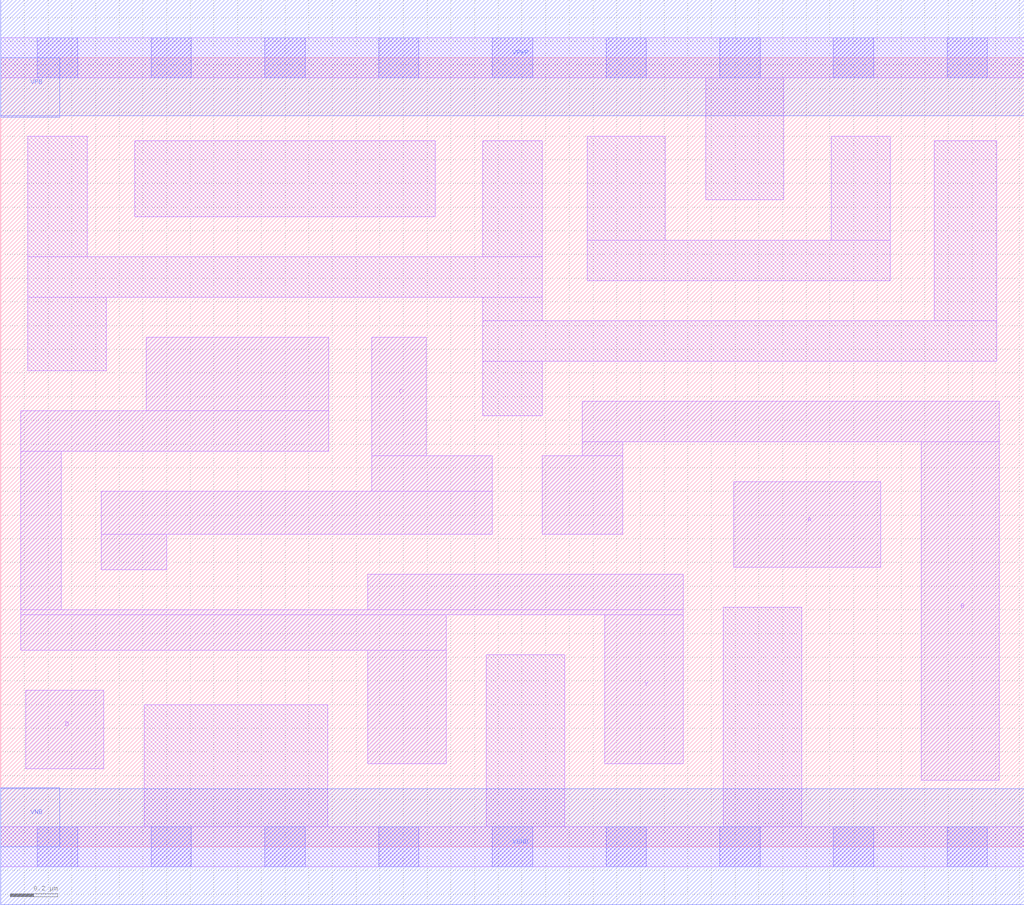
<source format=lef>
# Copyright 2020 The SkyWater PDK Authors
#
# Licensed under the Apache License, Version 2.0 (the "License");
# you may not use this file except in compliance with the License.
# You may obtain a copy of the License at
#
#     https://www.apache.org/licenses/LICENSE-2.0
#
# Unless required by applicable law or agreed to in writing, software
# distributed under the License is distributed on an "AS IS" BASIS,
# WITHOUT WARRANTIES OR CONDITIONS OF ANY KIND, either express or implied.
# See the License for the specific language governing permissions and
# limitations under the License.
#
# SPDX-License-Identifier: Apache-2.0

VERSION 5.5 ;
NAMESCASESENSITIVE ON ;
BUSBITCHARS "[]" ;
DIVIDERCHAR "/" ;
MACRO sky130_fd_sc_hs__nor4_2
  CLASS CORE ;
  SOURCE USER ;
  ORIGIN  0.000000  0.000000 ;
  SIZE  4.320000 BY  3.330000 ;
  SYMMETRY X Y ;
  SITE unit ;
  PIN A
    ANTENNAGATEAREA  0.447000 ;
    DIRECTION INPUT ;
    USE SIGNAL ;
    PORT
      LAYER li1 ;
        RECT 3.095000 1.180000 3.715000 1.540000 ;
    END
  END A
  PIN B
    ANTENNAGATEAREA  0.447000 ;
    DIRECTION INPUT ;
    USE SIGNAL ;
    PORT
      LAYER li1 ;
        RECT 2.285000 1.320000 2.625000 1.650000 ;
        RECT 2.455000 1.650000 2.625000 1.710000 ;
        RECT 2.455000 1.710000 4.215000 1.880000 ;
        RECT 3.885000 0.280000 4.215000 1.710000 ;
    END
  END B
  PIN C
    ANTENNAGATEAREA  0.447000 ;
    DIRECTION INPUT ;
    USE SIGNAL ;
    PORT
      LAYER li1 ;
        RECT 0.425000 1.170000 0.700000 1.320000 ;
        RECT 0.425000 1.320000 2.075000 1.500000 ;
        RECT 1.565000 1.500000 2.075000 1.650000 ;
        RECT 1.565000 1.650000 1.795000 2.150000 ;
    END
  END C
  PIN D
    ANTENNAGATEAREA  0.447000 ;
    DIRECTION INPUT ;
    USE SIGNAL ;
    PORT
      LAYER li1 ;
        RECT 0.105000 0.330000 0.435000 0.660000 ;
    END
  END D
  PIN Y
    ANTENNADIFFAREA  0.808000 ;
    DIRECTION OUTPUT ;
    USE SIGNAL ;
    PORT
      LAYER li1 ;
        RECT 0.085000 0.830000 1.880000 0.980000 ;
        RECT 0.085000 0.980000 2.880000 1.000000 ;
        RECT 0.085000 1.000000 0.255000 1.670000 ;
        RECT 0.085000 1.670000 1.385000 1.840000 ;
        RECT 0.615000 1.840000 1.385000 2.150000 ;
        RECT 1.550000 0.350000 1.880000 0.830000 ;
        RECT 1.550000 1.000000 2.880000 1.150000 ;
        RECT 2.550000 0.350000 2.880000 0.980000 ;
    END
  END Y
  PIN VGND
    DIRECTION INOUT ;
    USE GROUND ;
    PORT
      LAYER met1 ;
        RECT 0.000000 -0.245000 4.320000 0.245000 ;
    END
  END VGND
  PIN VNB
    DIRECTION INOUT ;
    USE GROUND ;
    PORT
    END
  END VNB
  PIN VPB
    DIRECTION INOUT ;
    USE POWER ;
    PORT
    END
  END VPB
  PIN VNB
    DIRECTION INOUT ;
    USE GROUND ;
    PORT
      LAYER met1 ;
        RECT 0.000000 0.000000 0.250000 0.250000 ;
    END
  END VNB
  PIN VPB
    DIRECTION INOUT ;
    USE POWER ;
    PORT
      LAYER met1 ;
        RECT 0.000000 3.080000 0.250000 3.330000 ;
    END
  END VPB
  PIN VPWR
    DIRECTION INOUT ;
    USE POWER ;
    PORT
      LAYER met1 ;
        RECT 0.000000 3.085000 4.320000 3.575000 ;
    END
  END VPWR
  OBS
    LAYER li1 ;
      RECT 0.000000 -0.085000 4.320000 0.085000 ;
      RECT 0.000000  3.245000 4.320000 3.415000 ;
      RECT 0.115000  2.010000 0.445000 2.320000 ;
      RECT 0.115000  2.320000 2.285000 2.490000 ;
      RECT 0.115000  2.490000 0.365000 3.000000 ;
      RECT 0.565000  2.660000 1.835000 2.980000 ;
      RECT 0.605000  0.085000 1.380000 0.600000 ;
      RECT 2.035000  1.820000 2.285000 2.050000 ;
      RECT 2.035000  2.050000 4.205000 2.220000 ;
      RECT 2.035000  2.220000 2.285000 2.320000 ;
      RECT 2.035000  2.490000 2.285000 2.980000 ;
      RECT 2.050000  0.085000 2.380000 0.810000 ;
      RECT 2.475000  2.390000 3.755000 2.560000 ;
      RECT 2.475000  2.560000 2.805000 3.000000 ;
      RECT 2.975000  2.730000 3.305000 3.245000 ;
      RECT 3.050000  0.085000 3.380000 1.010000 ;
      RECT 3.505000  2.560000 3.755000 3.000000 ;
      RECT 3.940000  2.220000 4.205000 2.980000 ;
    LAYER mcon ;
      RECT 0.155000 -0.085000 0.325000 0.085000 ;
      RECT 0.155000  3.245000 0.325000 3.415000 ;
      RECT 0.635000 -0.085000 0.805000 0.085000 ;
      RECT 0.635000  3.245000 0.805000 3.415000 ;
      RECT 1.115000 -0.085000 1.285000 0.085000 ;
      RECT 1.115000  3.245000 1.285000 3.415000 ;
      RECT 1.595000 -0.085000 1.765000 0.085000 ;
      RECT 1.595000  3.245000 1.765000 3.415000 ;
      RECT 2.075000 -0.085000 2.245000 0.085000 ;
      RECT 2.075000  3.245000 2.245000 3.415000 ;
      RECT 2.555000 -0.085000 2.725000 0.085000 ;
      RECT 2.555000  3.245000 2.725000 3.415000 ;
      RECT 3.035000 -0.085000 3.205000 0.085000 ;
      RECT 3.035000  3.245000 3.205000 3.415000 ;
      RECT 3.515000 -0.085000 3.685000 0.085000 ;
      RECT 3.515000  3.245000 3.685000 3.415000 ;
      RECT 3.995000 -0.085000 4.165000 0.085000 ;
      RECT 3.995000  3.245000 4.165000 3.415000 ;
  END
END sky130_fd_sc_hs__nor4_2
END LIBRARY

</source>
